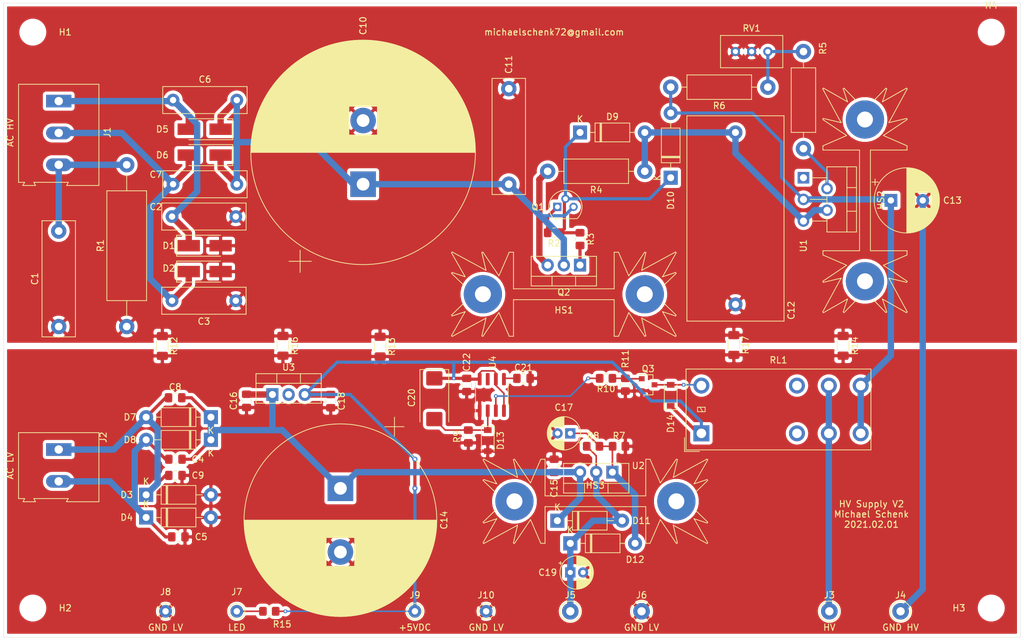
<source format=kicad_pcb>
(kicad_pcb (version 20171130) (host pcbnew "(5.1.9-0-10_14)")
  (layers (0 F.Cu signal) (31 B.Cu signal) (34 B.Paste user) (35 F.Paste user) (36 B.SilkS user) (37 F.SilkS user) (38 B.Mask user) (39 F.Mask user) (44 Edge.Cuts user))
  (net 0 "")
  (net 1 "Net-(C1-Pad2)")
  (net 2 GND_HV)
  (net 3 "Net-(C2-Pad1)")
  (net 4 "Net-(C3-Pad2)")
  (net 5 "Net-(C10-Pad1)")
  (net 6 "Net-(C12-Pad1)")
  (net 7 "Net-(C13-Pad1)")
  (net 8 "Net-(D10-Pad1)")
  (net 9 "Net-(Q1-Pad1)")
  (net 10 "Net-(Q2-Pad3)")
  (net 11 "Net-(Q2-Pad1)")
  (net 12 "Net-(R5-Pad2)")
  (net 13 "Net-(R5-Pad1)")
  (net 14 "Net-(J3-Pad1)")
  (net 15 GND_LV)
  (net 16 "Net-(C4-Pad1)")
  (net 17 "Net-(C5-Pad2)")
  (net 18 "Net-(C14-Pad1)")
  (net 19 "Net-(C17-Pad1)")
  (net 20 "Net-(C19-Pad1)")
  (net 21 "Net-(C20-Pad2)")
  (net 22 "Net-(C18-Pad1)")
  (net 23 "Net-(D14-Pad2)")
  (net 24 "Net-(Q3-Pad1)")
  (net 25 "Net-(R10-Pad2)")
  (net 26 "Net-(J7-Pad1)")
  (net 27 "Net-(C21-Pad1)")
  (module Resistor_SMD:R_1206_3216Metric_Pad1.30x1.75mm_HandSolder (layer F.Cu) (at 164.846 106.527 270)
    (fp_text reference R17 (at 0 -1.82 90) (layer F.SilkS))
    (fp_text value 0R)
    (pad 2 smd roundrect (at 1.55 0 270) (size 1.3 1.75) (layers F.Cu F.Paste F.Mask) (roundrect_rratio 0.1923076923076923) (net 15 GND_LV))
    (pad 1 smd roundrect (at -1.55 0 270) (size 1.3 1.75) (layers F.Cu F.Paste F.Mask) (roundrect_rratio 0.1923076923076923) (net 2 GND_HV))
  )
  (module Resistor_SMD:R_1206_3216Metric_Pad1.30x1.75mm_HandSolder (layer F.Cu) (at 94.107 106.654 270)
    (fp_text reference R16 (at 0 -1.82 90) (layer F.SilkS))
    (fp_text value 0R)
    (pad 2 smd roundrect (at 1.55 0 270) (size 1.3 1.75) (layers F.Cu F.Paste F.Mask) (roundrect_rratio 0.1923076923076923) (net 15 GND_LV))
    (pad 1 smd roundrect (at -1.55 0 270) (size 1.3 1.75) (layers F.Cu F.Paste F.Mask) (roundrect_rratio 0.1923076923076923) (net 2 GND_HV))
  )
  (module Resistor_SMD:R_0805_2012Metric_Pad1.20x1.40mm_HandSolder (layer F.Cu) (at 140.716 89.9 270)
    (fp_text reference R3 (at 0 -1.65 90) (layer F.SilkS))
    (fp_text value 100R)
    (pad 2 smd roundrect (at 1 0 270) (size 1.2 1.4) (layers F.Cu F.Paste F.Mask) (roundrect_rratio 0.2083325) (net 11 "Net-(Q2-Pad1)"))
    (pad 1 smd roundrect (at -1 0 270) (size 1.2 1.4) (layers F.Cu F.Paste F.Mask) (roundrect_rratio 0.2083325) (net 8 "Net-(D10-Pad1)"))
  )
  (module Resistor_SMD:R_0805_2012Metric_Pad1.20x1.40mm_HandSolder (layer F.Cu) (at 136.636 88.9 180)
    (fp_text reference R2 (at 0 -1.65) (layer F.SilkS))
    (fp_text value 4.7k)
    (pad 2 smd roundrect (at 1 0 180) (size 1.2 1.4) (layers F.Cu F.Paste F.Mask) (roundrect_rratio 0.2083325) (net 9 "Net-(Q1-Pad1)"))
    (pad 1 smd roundrect (at -1 0 180) (size 1.2 1.4) (layers F.Cu F.Paste F.Mask) (roundrect_rratio 0.2083325) (net 8 "Net-(D10-Pad1)"))
  )
  (module Package_TO_SOT_THT:TO-220-5_P3.4x3.7mm_StaggerOdd_Lead3.8mm_Vertical (layer F.Cu) (at 175.768 80.264 270)
    (fp_text reference U1 (at 10.668 0 90) (layer F.SilkS))
    (fp_text value LT3080xT)
    (pad 5 thru_hole oval (at 6.8 0 270) (size 1.8 1.8) (drill 1.1) (layers *.Cu *.Mask) (net 6 "Net-(C12-Pad1)"))
    (pad 4 thru_hole oval (at 5.1 -3.7 270) (size 1.8 1.8) (drill 1.1) (layers *.Cu *.Mask) (net 6 "Net-(C12-Pad1)"))
    (pad 3 thru_hole oval (at 3.4 0 270) (size 1.8 1.8) (drill 1.1) (layers *.Cu *.Mask) (net 7 "Net-(C13-Pad1)"))
    (pad 2 thru_hole oval (at 1.7 -3.7 270) (size 1.8 1.8) (drill 1.1) (layers *.Cu *.Mask) (net 12 "Net-(R5-Pad2)"))
    (pad 1 thru_hole rect (at 0 0 270) (size 1.8 1.8) (drill 1.1) (layers *.Cu *.Mask))
  )
  (module Capacitor_SMD:C_0805_2012Metric_Pad1.18x1.45mm_HandSolder (layer F.Cu) (at 122.936 112.7975 270)
    (fp_text reference C22 (at -3.5775 0 90) (layer F.SilkS))
    (fp_text value 100nF/50V)
    (pad 2 smd roundrect (at 1.0375 0 270) (size 1.175 1.45) (layers F.Cu F.Paste F.Mask) (roundrect_rratio 0.2127659574468085) (net 15 GND_LV))
    (pad 1 smd roundrect (at -1.0375 0 270) (size 1.175 1.45) (layers F.Cu F.Paste F.Mask) (roundrect_rratio 0.2127659574468085) (net 22 "Net-(C18-Pad1)"))
  )
  (module Capacitor_SMD:C_0805_2012Metric_Pad1.18x1.45mm_HandSolder (layer F.Cu) (at 131.8475 111.76)
    (fp_text reference C21 (at 0 -1.68) (layer F.SilkS))
    (fp_text value 100nF/50V)
    (pad 2 smd roundrect (at 1.0375 0) (size 1.175 1.45) (layers F.Cu F.Paste F.Mask) (roundrect_rratio 0.2127659574468085) (net 15 GND_LV))
    (pad 1 smd roundrect (at -1.0375 0) (size 1.175 1.45) (layers F.Cu F.Paste F.Mask) (roundrect_rratio 0.2127659574468085) (net 27 "Net-(C21-Pad1)"))
  )
  (module Capacitor_SMD:C_0805_2012Metric_Pad1.18x1.45mm_HandSolder (layer F.Cu) (at 101.6 115.3375 270)
    (fp_text reference C18 (at 0 -1.68 90) (layer F.SilkS))
    (fp_text value 100nF/50V)
    (pad 2 smd roundrect (at 1.0375 0 270) (size 1.175 1.45) (layers F.Cu F.Paste F.Mask) (roundrect_rratio 0.2127659574468085) (net 15 GND_LV))
    (pad 1 smd roundrect (at -1.0375 0 270) (size 1.175 1.45) (layers F.Cu F.Paste F.Mask) (roundrect_rratio 0.2127659574468085) (net 22 "Net-(C18-Pad1)"))
  )
  (module Capacitor_SMD:C_0805_2012Metric_Pad1.18x1.45mm_HandSolder (layer F.Cu) (at 88.392 115.2945 270)
    (fp_text reference C16 (at 0 2.032 90) (layer F.SilkS))
    (fp_text value 330nF/50V)
    (pad 2 smd roundrect (at 1.0375 0 270) (size 1.175 1.45) (layers F.Cu F.Paste F.Mask) (roundrect_rratio 0.2127659574468085) (net 15 GND_LV))
    (pad 1 smd roundrect (at -1.0375 0 270) (size 1.175 1.45) (layers F.Cu F.Paste F.Mask) (roundrect_rratio 0.2127659574468085) (net 18 "Net-(C14-Pad1)"))
  )
  (module Capacitor_SMD:C_0805_2012Metric_Pad1.18x1.45mm_HandSolder (layer F.Cu) (at 136.652 125.4975 90)
    (fp_text reference C15 (at -3.5345 0 90) (layer F.SilkS))
    (fp_text value 100nF/50V)
    (pad 2 smd roundrect (at 1.0375 0 90) (size 1.175 1.45) (layers F.Cu F.Paste F.Mask) (roundrect_rratio 0.2127659574468085) (net 15 GND_LV))
    (pad 1 smd roundrect (at -1.0375 0 90) (size 1.175 1.45) (layers F.Cu F.Paste F.Mask) (roundrect_rratio 0.2127659574468085) (net 18 "Net-(C14-Pad1)"))
  )
  (module Resistor_SMD:R_0805_2012Metric_Pad1.20x1.40mm_HandSolder (layer F.Cu) (at 91.964 148.336)
    (fp_text reference R15 (at 2.016 2.032) (layer F.SilkS))
    (fp_text value 330R)
    (pad 2 smd roundrect (at 1 0) (size 1.2 1.4) (layers F.Cu F.Paste F.Mask) (roundrect_rratio 0.2083325) (net 22 "Net-(C18-Pad1)"))
    (pad 1 smd roundrect (at -1 0) (size 1.2 1.4) (layers F.Cu F.Paste F.Mask) (roundrect_rratio 0.2083325) (net 26 "Net-(J7-Pad1)"))
  )
  (module Connector_Pin:Pin_D1.0mm_L10.0mm (layer F.Cu) (at 125.984 148.336)
    (fp_text reference J10 (at 0 -2.54) (layer F.SilkS))
    (fp_text value GND_LV)
    (pad 1 thru_hole circle (at 0 0) (size 2 2) (drill 1) (layers *.Cu *.Mask) (net 15 GND_LV))
  )
  (module Connector_Pin:Pin_D1.0mm_L10.0mm (layer F.Cu) (at 114.808 148.336)
    (fp_text reference J9 (at 0 -2.54) (layer F.SilkS))
    (fp_text value +5V)
    (pad 1 thru_hole circle (at 0 0) (size 2 2) (drill 1) (layers *.Cu *.Mask) (net 22 "Net-(C18-Pad1)"))
  )
  (module Connector_Pin:Pin_D1.0mm_L10.0mm (layer F.Cu) (at 75.692 148.336)
    (fp_text reference J8 (at 0 -3.048) (layer F.SilkS))
    (fp_text value GND_LV)
    (pad 1 thru_hole circle (at 0 0) (size 2 2) (drill 1) (layers *.Cu *.Mask) (net 15 GND_LV))
  )
  (module Connector_Pin:Pin_D1.0mm_L10.0mm (layer F.Cu) (at 86.868 148.336)
    (fp_text reference J7 (at 0 -3.048) (layer F.SilkS))
    (fp_text value LED)
    (pad 1 thru_hole circle (at 0 0) (size 2 2) (drill 1) (layers *.Cu *.Mask) (net 26 "Net-(J7-Pad1)"))
  )
  (module Package_SO:SOIC-8_3.9x4.9mm_P1.27mm (layer F.Cu) (at 126.873 114.365 90)
    (fp_text reference U4 (at 5.145 0.127 90) (layer F.SilkS))
    (fp_text value TLC555xD)
    (pad 8 smd roundrect (at 2.475 -1.905 90) (size 1.95 0.6) (layers F.Cu F.Paste F.Mask) (net 22 "Net-(C18-Pad1)"))
    (pad 7 smd roundrect (at 2.475 -0.635 90) (size 1.95 0.6) (layers F.Cu F.Paste F.Mask))
    (pad 6 smd roundrect (at 2.475 0.635 90) (size 1.95 0.6) (layers F.Cu F.Paste F.Mask) (net 22 "Net-(C18-Pad1)"))
    (pad 5 smd roundrect (at 2.475 1.905 90) (size 1.95 0.6) (layers F.Cu F.Paste F.Mask) (net 27 "Net-(C21-Pad1)"))
    (pad 4 smd roundrect (at -2.475 1.905 90) (size 1.95 0.6) (layers F.Cu F.Paste F.Mask) (net 22 "Net-(C18-Pad1)"))
    (pad 3 smd roundrect (at -2.475 0.635 90) (size 1.95 0.6) (layers F.Cu F.Paste F.Mask) (net 25 "Net-(R10-Pad2)"))
    (pad 2 smd roundrect (at -2.475 -0.635 90) (size 1.95 0.6) (layers F.Cu F.Paste F.Mask) (net 21 "Net-(C20-Pad2)"))
    (pad 1 smd roundrect (at -2.475 -1.905 90) (size 1.95 0.6) (layers F.Cu F.Paste F.Mask) (net 15 GND_LV))
  )
  (module Package_TO_SOT_THT:TO-220-3_Vertical (layer F.Cu) (at 92.456 114.3)
    (fp_text reference U3 (at 2.54 -4.27) (layer F.SilkS))
    (fp_text value LM7805_TO220)
    (pad 3 thru_hole oval (at 5.08 0) (size 1.905 2) (drill 1.1) (layers *.Cu *.Mask) (net 22 "Net-(C18-Pad1)"))
    (pad 2 thru_hole oval (at 2.54 0) (size 1.905 2) (drill 1.1) (layers *.Cu *.Mask))
    (pad 1 thru_hole rect (at 0 0) (size 1.905 2) (drill 1.1) (layers *.Cu *.Mask) (net 18 "Net-(C14-Pad1)"))
  )
  (module Package_TO_SOT_THT:TO-220-3_Vertical (layer F.Cu) (at 145.796 126.492 180)
    (fp_text reference U2 (at -4.064 1.016) (layer F.SilkS))
    (fp_text value LM317_TO-220)
    (pad 3 thru_hole oval (at 5.08 0 180) (size 1.905 2) (drill 1.1) (layers *.Cu *.Mask) (net 18 "Net-(C14-Pad1)"))
    (pad 2 thru_hole oval (at 2.54 0 180) (size 1.905 2) (drill 1.1) (layers *.Cu *.Mask) (net 20 "Net-(C19-Pad1)"))
    (pad 1 thru_hole rect (at 0 0 180) (size 1.905 2) (drill 1.1) (layers *.Cu *.Mask) (net 19 "Net-(C17-Pad1)"))
  )
  (module Resistor_SMD:R_1206_3216Metric_Pad1.30x1.75mm_HandSolder (layer F.Cu) (at 181.991 106.654 270)
    (fp_text reference R14 (at 0 -1.82 90) (layer F.SilkS))
    (fp_text value 0R)
    (pad 2 smd roundrect (at 1.55 0 270) (size 1.3 1.75) (layers F.Cu F.Paste F.Mask) (roundrect_rratio 0.1923076923076923) (net 15 GND_LV))
    (pad 1 smd roundrect (at -1.55 0 270) (size 1.3 1.75) (layers F.Cu F.Paste F.Mask) (roundrect_rratio 0.1923076923076923) (net 2 GND_HV))
  )
  (module Resistor_SMD:R_1206_3216Metric_Pad1.30x1.75mm_HandSolder (layer F.Cu) (at 109.347 106.781 270)
    (fp_text reference R13 (at 0 -1.82 90) (layer F.SilkS))
    (fp_text value 0R)
    (pad 2 smd roundrect (at 1.55 0 270) (size 1.3 1.75) (layers F.Cu F.Paste F.Mask) (roundrect_rratio 0.1923076923076923) (net 15 GND_LV))
    (pad 1 smd roundrect (at -1.55 0 270) (size 1.3 1.75) (layers F.Cu F.Paste F.Mask) (roundrect_rratio 0.1923076923076923) (net 2 GND_HV))
  )
  (module Resistor_SMD:R_1206_3216Metric_Pad1.30x1.75mm_HandSolder (layer F.Cu) (at 75.184 106.68 270)
    (fp_text reference R12 (at 0 -1.82 90) (layer F.SilkS))
    (fp_text value 0R)
    (pad 2 smd roundrect (at 1.55 0 270) (size 1.3 1.75) (layers F.Cu F.Paste F.Mask) (roundrect_rratio 0.1923076923076923) (net 15 GND_LV))
    (pad 1 smd roundrect (at -1.55 0 270) (size 1.3 1.75) (layers F.Cu F.Paste F.Mask) (roundrect_rratio 0.1923076923076923) (net 2 GND_HV))
  )
  (module Resistor_SMD:R_0805_2012Metric_Pad1.20x1.40mm_HandSolder (layer F.Cu) (at 147.828 112.76 270)
    (fp_text reference R11 (at -4.048 0 90) (layer F.SilkS))
    (fp_text value 2.49k)
    (pad 2 smd roundrect (at 1 0 270) (size 1.2 1.4) (layers F.Cu F.Paste F.Mask) (roundrect_rratio 0.2083325) (net 15 GND_LV))
    (pad 1 smd roundrect (at -1 0 270) (size 1.2 1.4) (layers F.Cu F.Paste F.Mask) (roundrect_rratio 0.2083325) (net 24 "Net-(Q3-Pad1)"))
  )
  (module Resistor_SMD:R_0805_2012Metric_Pad1.20x1.40mm_HandSolder (layer F.Cu) (at 144.796 111.76 180)
    (fp_text reference R10 (at 0 -1.65) (layer F.SilkS))
    (fp_text value 2.49k)
    (pad 2 smd roundrect (at 1 0 180) (size 1.2 1.4) (layers F.Cu F.Paste F.Mask) (roundrect_rratio 0.2083325) (net 25 "Net-(R10-Pad2)"))
    (pad 1 smd roundrect (at -1 0 180) (size 1.2 1.4) (layers F.Cu F.Paste F.Mask) (roundrect_rratio 0.2083325) (net 24 "Net-(Q3-Pad1)"))
  )
  (module Resistor_SMD:R_0805_2012Metric_Pad1.20x1.40mm_HandSolder (layer F.Cu) (at 123.19 120.888 270)
    (fp_text reference R9 (at 0.016 1.778 90) (layer F.SilkS))
    (fp_text value 1Meg)
    (pad 2 smd roundrect (at 1 0 270) (size 1.2 1.4) (layers F.Cu F.Paste F.Mask) (roundrect_rratio 0.2083325) (net 15 GND_LV))
    (pad 1 smd roundrect (at -1 0 270) (size 1.2 1.4) (layers F.Cu F.Paste F.Mask) (roundrect_rratio 0.2083325) (net 21 "Net-(C20-Pad2)"))
  )
  (module Resistor_SMD:R_0805_2012Metric_Pad1.20x1.40mm_HandSolder (layer F.Cu) (at 142.764 122.428)
    (fp_text reference R8 (at 0 -1.65) (layer F.SilkS))
    (fp_text value 240R)
    (pad 2 smd roundrect (at 1 0) (size 1.2 1.4) (layers F.Cu F.Paste F.Mask) (roundrect_rratio 0.2083325) (net 19 "Net-(C17-Pad1)"))
    (pad 1 smd roundrect (at -1 0) (size 1.2 1.4) (layers F.Cu F.Paste F.Mask) (roundrect_rratio 0.2083325) (net 20 "Net-(C19-Pad1)"))
  )
  (module Resistor_SMD:R_0805_2012Metric_Pad1.20x1.40mm_HandSolder (layer F.Cu) (at 146.828 122.428)
    (fp_text reference R7 (at 0 -1.65) (layer F.SilkS))
    (fp_text value 976R)
    (pad 2 smd roundrect (at 1 0) (size 1.2 1.4) (layers F.Cu F.Paste F.Mask) (roundrect_rratio 0.2083325) (net 15 GND_LV))
    (pad 1 smd roundrect (at -1 0) (size 1.2 1.4) (layers F.Cu F.Paste F.Mask) (roundrect_rratio 0.2083325) (net 19 "Net-(C17-Pad1)"))
  )
  (module Package_TO_SOT_SMD:SOT-23 (layer F.Cu) (at 151.4 112.776)
    (fp_text reference Q3 (at 0 -2.5) (layer F.SilkS))
    (fp_text value MMBT3904)
    (pad 3 smd rect (at 1 0) (size 0.9 0.8) (layers F.Cu F.Paste F.Mask) (net 23 "Net-(D14-Pad2)"))
    (pad 2 smd rect (at -1 0.95) (size 0.9 0.8) (layers F.Cu F.Paste F.Mask) (net 15 GND_LV))
    (pad 1 smd rect (at -1 -0.95) (size 0.9 0.8) (layers F.Cu F.Paste F.Mask) (net 24 "Net-(Q3-Pad1)"))
  )
  (module Connector_Pin:Pin_D1.3mm_L11.0mm (layer F.Cu) (at 150.368 148.336)
    (fp_text reference J6 (at 0 -2.54) (layer F.SilkS))
    (fp_text value GND_LV)
    (pad 1 thru_hole circle (at 0 0) (size 2.6 2.6) (drill 1.3) (layers *.Cu *.Mask) (net 15 GND_LV))
  )
  (module Connector_Pin:Pin_D1.3mm_L11.0mm (layer F.Cu) (at 139.192 148.336)
    (fp_text reference J5 (at 0 -2.54) (layer F.SilkS))
    (fp_text value LV)
    (pad 1 thru_hole circle (at 0 0) (size 2.6 2.6) (drill 1.3) (layers *.Cu *.Mask) (net 20 "Net-(C19-Pad1)"))
  )
  (module Heatsink:Heatsink_Fischer_SK104-STC-STIC_35x13mm_2xDrill2.5mm (layer F.Cu) (at 143.129 131.064)
    (fp_text reference HS3 (at -0.025 -2.5) (layer F.SilkS))
    (fp_text value Heatsink)
    (pad 1 thru_hole circle (at -12.7 0 180) (size 6 6) (drill 2.5) (layers *.Cu *.Mask))
    (pad 1 thru_hole circle (at 12.7 0) (size 6 6) (drill 2.5) (layers *.Cu *.Mask))
  )
  (module Diode_SMD:D_SOD-123 (layer F.Cu) (at 154.94 114.426 90)
    (fp_text reference D14 (at -4.446 0 90) (layer F.SilkS))
    (fp_text value 1N4148W)
    (pad 2 smd rect (at 1.65 0 90) (size 0.9 1.2) (layers F.Cu F.Paste F.Mask) (net 23 "Net-(D14-Pad2)"))
    (pad 1 smd rect (at -1.65 0 90) (size 0.9 1.2) (layers F.Cu F.Paste F.Mask) (net 22 "Net-(C18-Pad1)"))
  )
  (module Diode_SMD:D_SOD-123 (layer F.Cu) (at 126.238 121.538 270)
    (fp_text reference D13 (at 0 -2 90) (layer F.SilkS))
    (fp_text value 1N4148W)
    (pad 2 smd rect (at 1.65 0 270) (size 0.9 1.2) (layers F.Cu F.Paste F.Mask) (net 15 GND_LV))
    (pad 1 smd rect (at -1.65 0 270) (size 0.9 1.2) (layers F.Cu F.Paste F.Mask) (net 21 "Net-(C20-Pad2)"))
  )
  (module Diode_THT:D_DO-41_SOD81_P10.16mm_Horizontal (layer F.Cu) (at 139.192 137.668)
    (fp_text reference D12 (at 10.16 2.54) (layer F.SilkS))
    (fp_text value 1N4007)
    (fp_text user K (at 0 -2.1) (layer F.SilkS))
    (pad 2 thru_hole oval (at 10.16 0) (size 2.2 2.2) (drill 1.1) (layers *.Cu *.Mask) (net 19 "Net-(C17-Pad1)"))
    (pad 1 thru_hole rect (at 0 0) (size 2.2 2.2) (drill 1.1) (layers *.Cu *.Mask) (net 20 "Net-(C19-Pad1)"))
  )
  (module Diode_THT:D_DO-41_SOD81_P10.16mm_Horizontal (layer F.Cu) (at 137.16 134.112)
    (fp_text reference D11 (at 13.208 0) (layer F.SilkS))
    (fp_text value 1N4007)
    (fp_text user K (at 0 -2.1) (layer F.SilkS))
    (pad 2 thru_hole oval (at 10.16 0) (size 2.2 2.2) (drill 1.1) (layers *.Cu *.Mask) (net 20 "Net-(C19-Pad1)"))
    (pad 1 thru_hole rect (at 0 0) (size 2.2 2.2) (drill 1.1) (layers *.Cu *.Mask) (net 18 "Net-(C14-Pad1)"))
  )
  (module Capacitor_Tantalum_SMD:CP_EIA-7343-31_Kemet-D_Pad2.25x2.55mm_HandSolder (layer F.Cu) (at 117.856 114.96 270)
    (fp_text reference C20 (at -0.152 3.556 90) (layer F.SilkS))
    (fp_text value 15uF/25V)
    (pad 2 smd roundrect (at 3.2 0 270) (size 2.25 2.55) (layers F.Cu F.Paste F.Mask) (roundrect_rratio 0.1111106666666667) (net 21 "Net-(C20-Pad2)"))
    (pad 1 smd roundrect (at -3.2 0 270) (size 2.25 2.55) (layers F.Cu F.Paste F.Mask) (roundrect_rratio 0.1111106666666667) (net 22 "Net-(C18-Pad1)"))
  )
  (module Capacitor_THT:CP_Radial_D5.0mm_P2.00mm (layer F.Cu) (at 139.192 142.24)
    (fp_text reference C19 (at -3.556 0) (layer F.SilkS))
    (fp_text value 1uF/25V)
    (pad 2 thru_hole circle (at 2 0) (size 1.6 1.6) (drill 0.8) (layers *.Cu *.Mask) (net 15 GND_LV))
    (pad 1 thru_hole rect (at 0 0) (size 1.6 1.6) (drill 0.8) (layers *.Cu *.Mask) (net 20 "Net-(C19-Pad1)"))
  )
  (module Capacitor_THT:CP_Radial_D5.0mm_P2.00mm (layer F.Cu) (at 139.192 120.396 180)
    (fp_text reference C17 (at 1.016 4.064) (layer F.SilkS))
    (fp_text value 10uF/25V)
    (pad 2 thru_hole circle (at 2 0 180) (size 1.6 1.6) (drill 0.8) (layers *.Cu *.Mask) (net 15 GND_LV))
    (pad 1 thru_hole rect (at 0 0 180) (size 1.6 1.6) (drill 0.8) (layers *.Cu *.Mask) (net 19 "Net-(C17-Pad1)"))
  )
  (module Capacitor_THT:CP_Radial_D30.0mm_P10.00mm_SnapIn (layer F.Cu) (at 103.124 129.032 270)
    (fp_text reference C14 (at 5 -16.25 90) (layer F.SilkS))
    (fp_text value 22000uF/25VDC)
    (pad 2 thru_hole circle (at 10 0 270) (size 4 4) (drill 2) (layers *.Cu *.Mask) (net 15 GND_LV))
    (pad 1 thru_hole rect (at 0 0 270) (size 4 4) (drill 2) (layers *.Cu *.Mask) (net 18 "Net-(C14-Pad1)"))
  )
  (module Relay_THT:Relay_DPDT_Omron_G2RL (layer F.Cu) (at 159.752 120.396)
    (fp_text reference RL1 (at 12.1 -11.5 180) (layer F.SilkS))
    (fp_text value G2RL-2-DC5)
    (pad 8 thru_hole oval (at 0 -7.5 90) (size 2.5 2.5) (drill 1.5) (layers *.Cu *.Mask) (net 23 "Net-(D14-Pad2)"))
    (pad 7 thru_hole oval (at 15 -7.5 90) (size 2.5 2.5) (drill 1.5) (layers *.Cu *.Mask))
    (pad 6 thru_hole oval (at 20 -7.5 90) (size 2.5 2.5) (drill 1.5) (layers *.Cu *.Mask) (net 14 "Net-(J3-Pad1)"))
    (pad 5 thru_hole oval (at 25 -7.5 90) (size 2.5 2.5) (drill 1.5) (layers *.Cu *.Mask) (net 7 "Net-(C13-Pad1)"))
    (pad 4 thru_hole oval (at 25 0 90) (size 2.5 2.5) (drill 1.5) (layers *.Cu *.Mask) (net 7 "Net-(C13-Pad1)"))
    (pad 3 thru_hole oval (at 20 0 90) (size 2.5 2.5) (drill 1.5) (layers *.Cu *.Mask) (net 14 "Net-(J3-Pad1)"))
    (pad 2 thru_hole oval (at 15 0 90) (size 2.5 2.5) (drill 1.5) (layers *.Cu *.Mask))
    (pad 1 thru_hole rect (at 0 0 90) (size 2.5 2.5) (drill 1.5) (layers *.Cu *.Mask) (net 22 "Net-(C18-Pad1)"))
  )
  (module Connector_Pin:Pin_D1.3mm_L11.0mm (layer F.Cu) (at 191.008 148.336)
    (fp_text reference J4 (at 0 -2.54) (layer F.SilkS))
    (fp_text value GND_HV)
    (pad 1 thru_hole circle (at 0 0) (size 2.6 2.6) (drill 1.3) (layers *.Cu *.Mask) (net 2 GND_HV))
  )
  (module Potentiometer_THT:Potentiometer_Bourns_3296W_Vertical (layer F.Cu) (at 170.18 60.452)
    (fp_text reference RV1 (at -2.54 -3.66) (layer F.SilkS))
    (fp_text value 500k)
    (pad 3 thru_hole circle (at -5.08 0) (size 1.44 1.44) (drill 0.8) (layers *.Cu *.Mask) (net 2 GND_HV))
    (pad 2 thru_hole circle (at -2.54 0) (size 1.44 1.44) (drill 0.8) (layers *.Cu *.Mask) (net 2 GND_HV))
    (pad 1 thru_hole circle (at 0 0) (size 1.44 1.44) (drill 0.8) (layers *.Cu *.Mask) (net 13 "Net-(R5-Pad1)"))
  )
  (module Resistor_THT:R_Axial_DIN0411_L9.9mm_D3.6mm_P15.24mm_Horizontal (layer F.Cu) (at 170.18 66.04 180)
    (fp_text reference R6 (at 7.62 -2.92) (layer F.SilkS))
    (fp_text value 1k/2W)
    (pad 2 thru_hole oval (at 15.24 0 180) (size 2.4 2.4) (drill 1.2) (layers *.Cu *.Mask) (net 7 "Net-(C13-Pad1)"))
    (pad 1 thru_hole circle (at 0 0 180) (size 2.4 2.4) (drill 1.2) (layers *.Cu *.Mask) (net 13 "Net-(R5-Pad1)"))
  )
  (module Resistor_THT:R_Axial_DIN0411_L9.9mm_D3.6mm_P15.24mm_Horizontal (layer F.Cu) (at 175.768 60.452 270)
    (fp_text reference R5 (at -0.508 -3.048 90) (layer F.SilkS))
    (fp_text value 100k/2W)
    (pad 2 thru_hole oval (at 15.24 0 270) (size 2.4 2.4) (drill 1.2) (layers *.Cu *.Mask) (net 12 "Net-(R5-Pad2)"))
    (pad 1 thru_hole circle (at 0 0 270) (size 2.4 2.4) (drill 1.2) (layers *.Cu *.Mask) (net 13 "Net-(R5-Pad1)"))
  )
  (module Resistor_THT:R_Axial_DIN0411_L9.9mm_D3.6mm_P15.24mm_Horizontal (layer F.Cu) (at 150.876 79.248 180)
    (fp_text reference R4 (at 7.62 -2.92) (layer F.SilkS))
    (fp_text value 20R/2W)
    (pad 2 thru_hole oval (at 15.24 0 180) (size 2.4 2.4) (drill 1.2) (layers *.Cu *.Mask) (net 10 "Net-(Q2-Pad3)"))
    (pad 1 thru_hole circle (at 0 0 180) (size 2.4 2.4) (drill 1.2) (layers *.Cu *.Mask) (net 6 "Net-(C12-Pad1)"))
  )
  (module Package_TO_SOT_THT:TO-220-3_Vertical (layer F.Cu) (at 140.716 93.98 180)
    (fp_text reference Q2 (at 2.54 -4.27) (layer F.SilkS))
    (fp_text value IRF840)
    (pad 3 thru_hole oval (at 5.08 0 180) (size 1.905 2) (drill 1.1) (layers *.Cu *.Mask) (net 10 "Net-(Q2-Pad3)"))
    (pad 2 thru_hole oval (at 2.54 0 180) (size 1.905 2) (drill 1.1) (layers *.Cu *.Mask) (net 5 "Net-(C10-Pad1)"))
    (pad 1 thru_hole rect (at 0 0 180) (size 1.905 2) (drill 1.1) (layers *.Cu *.Mask) (net 11 "Net-(Q2-Pad1)"))
  )
  (module Package_TO_SOT_THT:TO-92 (layer F.Cu) (at 137.16 84.836)
    (fp_text reference Q1 (at -3.048 0) (layer F.SilkS))
    (fp_text value Q_NMOS_SGD)
    (pad 1 thru_hole rect (at 0 0) (size 1.3 1.3) (drill 0.75) (layers *.Cu *.Mask) (net 9 "Net-(Q1-Pad1)"))
    (pad 3 thru_hole circle (at 2.54 0) (size 1.3 1.3) (drill 0.75) (layers *.Cu *.Mask) (net 5 "Net-(C10-Pad1)"))
    (pad 2 thru_hole circle (at 1.27 -1.27) (size 1.3 1.3) (drill 0.75) (layers *.Cu *.Mask) (net 8 "Net-(D10-Pad1)"))
  )
  (module Heatsink:Heatsink_Fischer_SK104-STC-STIC_35x13mm_2xDrill2.5mm (layer F.Cu) (at 185.42 83.82 270)
    (fp_text reference HS2 (at -0.025 -2.5 90) (layer F.SilkS))
    (fp_text value Heatsink)
    (pad 1 thru_hole circle (at -12.7 0 90) (size 6 6) (drill 2.5) (layers *.Cu *.Mask))
    (pad 1 thru_hole circle (at 12.7 0 270) (size 6 6) (drill 2.5) (layers *.Cu *.Mask))
  )
  (module Heatsink:Heatsink_Fischer_SK104-STC-STIC_35x13mm_2xDrill2.5mm (layer F.Cu) (at 138.176 98.552 180)
    (fp_text reference HS1 (at -0.025 -2.5) (layer F.SilkS))
    (fp_text value Heatsink)
    (pad 1 thru_hole circle (at -12.7 0) (size 6 6) (drill 2.5) (layers *.Cu *.Mask))
    (pad 1 thru_hole circle (at 12.7 0 180) (size 6 6) (drill 2.5) (layers *.Cu *.Mask))
  )
  (module Diode_THT:D_DO-41_SOD81_P10.16mm_Horizontal (layer F.Cu) (at 154.94 80.264 90)
    (fp_text reference D10 (at -3.556 0 90) (layer F.SilkS))
    (fp_text value 1N4736A/6.3V)
    (fp_text user K (at 0 -2.1 90) (layer F.SilkS))
    (pad 2 thru_hole oval (at 10.16 0 90) (size 2.2 2.2) (drill 1.1) (layers *.Cu *.Mask) (net 7 "Net-(C13-Pad1)"))
    (pad 1 thru_hole rect (at 0 0 90) (size 2.2 2.2) (drill 1.1) (layers *.Cu *.Mask) (net 8 "Net-(D10-Pad1)"))
  )
  (module Diode_THT:D_DO-41_SOD81_P10.16mm_Horizontal (layer F.Cu) (at 140.716 73.152)
    (fp_text reference D9 (at 5.08 -2.47) (layer F.SilkS))
    (fp_text value 1N4736A/6.3V)
    (fp_text user K (at 0 -2.1) (layer F.SilkS))
    (pad 2 thru_hole oval (at 10.16 0) (size 2.2 2.2) (drill 1.1) (layers *.Cu *.Mask) (net 6 "Net-(C12-Pad1)"))
    (pad 1 thru_hole rect (at 0 0) (size 2.2 2.2) (drill 1.1) (layers *.Cu *.Mask) (net 8 "Net-(D10-Pad1)"))
  )
  (module Capacitor_THT:CP_Radial_D10.0mm_P5.00mm (layer F.Cu) (at 189.484 83.82)
    (fp_text reference C13 (at 9.652 0) (layer F.SilkS))
    (fp_text value 2.2uF/450VDC)
    (pad 2 thru_hole circle (at 5 0) (size 2 2) (drill 1) (layers *.Cu *.Mask) (net 2 GND_HV))
    (pad 1 thru_hole rect (at 0 0) (size 2 2) (drill 1) (layers *.Cu *.Mask) (net 7 "Net-(C13-Pad1)"))
  )
  (module Capacitor_THT:C_Rect_L32.0mm_W15.0mm_P27.00mm (layer F.Cu) (at 165.1 73.152 270)
    (fp_text reference C12 (at 27.94 -8.75 90) (layer F.SilkS))
    (fp_text value 1uF/1kV)
    (pad 2 thru_hole circle (at 27 0 270) (size 2.2 2.2) (drill 1.1) (layers *.Cu *.Mask) (net 2 GND_HV))
    (pad 1 thru_hole circle (at 0 0 270) (size 2.2 2.2) (drill 1.1) (layers *.Cu *.Mask) (net 6 "Net-(C12-Pad1)"))
  )
  (module TerminalBlock:TerminalBlock_Altech_AK300-2_P5.00mm (layer F.Cu) (at 58.928 122.936 270)
    (fp_text reference J2 (at -1.92 -6.99 90) (layer F.SilkS))
    (fp_text value Screw_Terminal_01x02)
    (pad 2 thru_hole oval (at 5 0 270) (size 1.98 3.96) (drill 1.32) (layers *.Cu *.Mask) (net 17 "Net-(C5-Pad2)"))
    (pad 1 thru_hole rect (at 0 0 270) (size 1.98 3.96) (drill 1.32) (layers *.Cu *.Mask) (net 16 "Net-(C4-Pad1)"))
  )
  (module TerminalBlock:TerminalBlock_Altech_AK300-3_P5.00mm (layer F.Cu) (at 58.928 68.232 270)
    (fp_text reference J1 (at 4.92 -7.62 90) (layer F.SilkS))
    (fp_text value Screw_Terminal_01x03)
    (pad 3 thru_hole oval (at 10 0 270) (size 1.98 3.96) (drill 1.32) (layers *.Cu *.Mask) (net 1 "Net-(C1-Pad2)"))
    (pad 2 thru_hole oval (at 5 0 270) (size 1.98 3.96) (drill 1.32) (layers *.Cu *.Mask) (net 4 "Net-(C3-Pad2)"))
    (pad 1 thru_hole rect (at 0 0 270) (size 1.98 3.96) (drill 1.32) (layers *.Cu *.Mask) (net 3 "Net-(C2-Pad1)"))
  )
  (module Resistor_THT:R_Axial_DIN0617_L17.0mm_D6.0mm_P25.40mm_Horizontal (layer F.Cu) (at 69.596 103.632 90)
    (fp_text reference R1 (at 12.7 -4.12 90) (layer F.SilkS))
    (fp_text value 100R/3W)
    (pad 2 thru_hole oval (at 25.4 0 90) (size 2.4 2.4) (drill 1.2) (layers *.Cu *.Mask) (net 1 "Net-(C1-Pad2)"))
    (pad 1 thru_hole circle (at 0 0 90) (size 2.4 2.4) (drill 1.2) (layers *.Cu *.Mask) (net 2 GND_HV))
  )
  (module Connector_Pin:Pin_D1.3mm_L11.0mm (layer F.Cu) (at 179.832 148.336)
    (fp_text reference J3 (at 0 -2.54) (layer F.SilkS))
    (fp_text value HV)
    (pad 1 thru_hole circle (at 0 0) (size 2.6 2.6) (drill 1.3) (layers *.Cu *.Mask) (net 14 "Net-(J3-Pad1)"))
  )
  (module MountingHole:MountingHole_3.2mm_M3 (layer F.Cu) (at 205.232 57.404)
    (fp_text reference H4 (at 0 -4.2) (layer F.SilkS))
    (fp_text value MountingHole)
    (pad 1 np_thru_hole circle (at 0 0) (size 3.2 3.2) (drill 3.2) (layers *.Cu *.Mask))
  )
  (module MountingHole:MountingHole_3.2mm_M3 (layer F.Cu) (at 205.232 147.828)
    (fp_text reference H3 (at -5.08 0) (layer F.SilkS))
    (fp_text value MountingHole)
    (pad 1 np_thru_hole circle (at 0 0) (size 3.2 3.2) (drill 3.2) (layers *.Cu *.Mask))
  )
  (module MountingHole:MountingHole_3.2mm_M3 (layer F.Cu) (at 54.864 147.828)
    (fp_text reference H2 (at 5.08 0) (layer F.SilkS))
    (fp_text value MountingHole)
    (pad 1 np_thru_hole circle (at 0 0) (size 3.2 3.2) (drill 3.2) (layers *.Cu *.Mask))
  )
  (module MountingHole:MountingHole_3.2mm_M3 (layer F.Cu) (at 54.864 57.404)
    (fp_text reference H1 (at 5.08 0) (layer F.SilkS))
    (fp_text value MountingHole)
    (pad 1 np_thru_hole circle (at 0 0) (size 3.2 3.2) (drill 3.2) (layers *.Cu *.Mask))
  )
  (module Diode_THT:D_DO-41_SOD81_P10.16mm_Horizontal (layer F.Cu) (at 82.804 121.412 180)
    (fp_text reference D8 (at 12.7 0) (layer F.SilkS))
    (fp_text value BYV98-200)
    (fp_text user K (at 0 -2.1) (layer F.SilkS))
    (pad 2 thru_hole oval (at 10.16 0 180) (size 2.2 2.2) (drill 1.1) (layers *.Cu *.Mask) (net 17 "Net-(C5-Pad2)"))
    (pad 1 thru_hole rect (at 0 0 180) (size 2.2 2.2) (drill 1.1) (layers *.Cu *.Mask) (net 18 "Net-(C14-Pad1)"))
  )
  (module Diode_THT:D_DO-41_SOD81_P10.16mm_Horizontal (layer F.Cu) (at 82.804 117.856 180)
    (fp_text reference D7 (at 12.7 0) (layer F.SilkS))
    (fp_text value BYV98-200)
    (fp_text user K (at 0 -2.1) (layer F.SilkS))
    (pad 2 thru_hole oval (at 10.16 0 180) (size 2.2 2.2) (drill 1.1) (layers *.Cu *.Mask) (net 16 "Net-(C4-Pad1)"))
    (pad 1 thru_hole rect (at 0 0 180) (size 2.2 2.2) (drill 1.1) (layers *.Cu *.Mask) (net 18 "Net-(C14-Pad1)"))
  )
  (module Diode_SMD:D_SMA_Handsoldering (layer F.Cu) (at 81.828 76.708 180)
    (fp_text reference D6 (at 6.644 0) (layer F.SilkS))
    (fp_text value BYG20D)
    (pad 2 smd rect (at 2.5 0 180) (size 3.5 1.8) (layers F.Cu F.Paste F.Mask) (net 4 "Net-(C3-Pad2)"))
    (pad 1 smd rect (at -2.5 0 180) (size 3.5 1.8) (layers F.Cu F.Paste F.Mask) (net 5 "Net-(C10-Pad1)"))
  )
  (module Diode_SMD:D_SMA_Handsoldering (layer F.Cu) (at 81.828 72.644 180)
    (fp_text reference D5 (at 6.644 0) (layer F.SilkS))
    (fp_text value BYG20D)
    (pad 2 smd rect (at 2.5 0 180) (size 3.5 1.8) (layers F.Cu F.Paste F.Mask) (net 3 "Net-(C2-Pad1)"))
    (pad 1 smd rect (at -2.5 0 180) (size 3.5 1.8) (layers F.Cu F.Paste F.Mask) (net 5 "Net-(C10-Pad1)"))
  )
  (module Diode_THT:D_DO-41_SOD81_P10.16mm_Horizontal (layer F.Cu) (at 72.644 133.604)
    (fp_text reference D4 (at -3.048 0) (layer F.SilkS))
    (fp_text value BYV98-200)
    (fp_text user K (at 0 -2.1) (layer F.SilkS))
    (pad 2 thru_hole oval (at 10.16 0) (size 2.2 2.2) (drill 1.1) (layers *.Cu *.Mask) (net 15 GND_LV))
    (pad 1 thru_hole rect (at 0 0) (size 2.2 2.2) (drill 1.1) (layers *.Cu *.Mask) (net 17 "Net-(C5-Pad2)"))
  )
  (module Diode_THT:D_DO-41_SOD81_P10.16mm_Horizontal (layer F.Cu) (at 72.644 130.048)
    (fp_text reference D3 (at -3.048 0) (layer F.SilkS))
    (fp_text value BYV98-200)
    (fp_text user K (at 0 -2.1) (layer F.SilkS))
    (pad 2 thru_hole oval (at 10.16 0) (size 2.2 2.2) (drill 1.1) (layers *.Cu *.Mask) (net 15 GND_LV))
    (pad 1 thru_hole rect (at 0 0) (size 2.2 2.2) (drill 1.1) (layers *.Cu *.Mask) (net 16 "Net-(C4-Pad1)"))
  )
  (module Diode_SMD:D_SMA_Handsoldering (layer F.Cu) (at 81.828 94.996)
    (fp_text reference D2 (at -5.628 -0.508) (layer F.SilkS))
    (fp_text value BYG20D)
    (pad 2 smd rect (at 2.5 0) (size 3.5 1.8) (layers F.Cu F.Paste F.Mask) (net 2 GND_HV))
    (pad 1 smd rect (at -2.5 0) (size 3.5 1.8) (layers F.Cu F.Paste F.Mask) (net 4 "Net-(C3-Pad2)"))
  )
  (module Diode_SMD:D_SMA_Handsoldering (layer F.Cu) (at 81.828 90.932)
    (fp_text reference D1 (at -5.628 0) (layer F.SilkS))
    (fp_text value BYG20D)
    (pad 2 smd rect (at 2.5 0) (size 3.5 1.8) (layers F.Cu F.Paste F.Mask) (net 2 GND_HV))
    (pad 1 smd rect (at -2.5 0) (size 3.5 1.8) (layers F.Cu F.Paste F.Mask) (net 3 "Net-(C2-Pad1)"))
  )
  (module Capacitor_THT:C_Rect_L18.0mm_W5.0mm_P15.00mm_FKS3_FKP3 (layer F.Cu) (at 129.54 81.28 90)
    (fp_text reference C11 (at 18.796 0 90) (layer F.SilkS))
    (fp_text value 100nF/630V)
    (pad 2 thru_hole circle (at 15 0 90) (size 2.4 2.4) (drill 1.2) (layers *.Cu *.Mask) (net 2 GND_HV))
    (pad 1 thru_hole circle (at 0 0 90) (size 2.4 2.4) (drill 1.2) (layers *.Cu *.Mask) (net 5 "Net-(C10-Pad1)"))
  )
  (module Capacitor_THT:CP_Radial_D35.0mm_P10.00mm_SnapIn (layer F.Cu) (at 106.68 81.28 90)
    (fp_text reference C10 (at 24.892 0 90) (layer F.SilkS))
    (fp_text value 680uF/450VDC)
    (pad 2 thru_hole circle (at 10 0 90) (size 4 4) (drill 2) (layers *.Cu *.Mask) (net 2 GND_HV))
    (pad 1 thru_hole rect (at 0 0 90) (size 4 4) (drill 2) (layers *.Cu *.Mask) (net 5 "Net-(C10-Pad1)"))
  )
  (module Capacitor_SMD:C_0805_2012Metric_Pad1.18x1.45mm_HandSolder (layer F.Cu) (at 77.2375 124.46 180)
    (fp_text reference C9 (at -3.5345 -2.54) (layer F.SilkS))
    (fp_text value 10nF/50V)
    (pad 2 smd roundrect (at 1.0375 0 180) (size 1.175 1.45) (layers F.Cu F.Paste F.Mask) (roundrect_rratio 0.2127659574468085) (net 17 "Net-(C5-Pad2)"))
    (pad 1 smd roundrect (at -1.0375 0 180) (size 1.175 1.45) (layers F.Cu F.Paste F.Mask) (roundrect_rratio 0.2127659574468085) (net 18 "Net-(C14-Pad1)"))
  )
  (module Capacitor_SMD:C_0805_2012Metric_Pad1.18x1.45mm_HandSolder (layer F.Cu) (at 77.1945 114.808)
    (fp_text reference C8 (at 0 -1.68) (layer F.SilkS))
    (fp_text value 10nF/50V)
    (pad 2 smd roundrect (at 1.0375 0) (size 1.175 1.45) (layers F.Cu F.Paste F.Mask) (roundrect_rratio 0.2127659574468085) (net 18 "Net-(C14-Pad1)"))
    (pad 1 smd roundrect (at -1.0375 0) (size 1.175 1.45) (layers F.Cu F.Paste F.Mask) (roundrect_rratio 0.2127659574468085) (net 16 "Net-(C4-Pad1)"))
  )
  (module Capacitor_THT:C_Rect_L13.0mm_W4.0mm_P10.00mm_FKS3_FKP3_MKS4 (layer F.Cu) (at 86.868 81.28 180)
    (fp_text reference C7 (at 12.7 1.524) (layer F.SilkS))
    (fp_text value 10nF/630VDC)
    (pad 2 thru_hole circle (at 10 0 180) (size 2 2) (drill 1) (layers *.Cu *.Mask) (net 4 "Net-(C3-Pad2)"))
    (pad 1 thru_hole circle (at 0 0 180) (size 2 2) (drill 1) (layers *.Cu *.Mask) (net 5 "Net-(C10-Pad1)"))
  )
  (module Capacitor_THT:C_Rect_L13.0mm_W4.0mm_P10.00mm_FKS3_FKP3_MKS4 (layer F.Cu) (at 76.868 68.072)
    (fp_text reference C6 (at 5 -3.25) (layer F.SilkS))
    (fp_text value 10nF/630VDC)
    (pad 2 thru_hole circle (at 10 0) (size 2 2) (drill 1) (layers *.Cu *.Mask) (net 5 "Net-(C10-Pad1)"))
    (pad 1 thru_hole circle (at 0 0) (size 2 2) (drill 1) (layers *.Cu *.Mask) (net 3 "Net-(C2-Pad1)"))
  )
  (module Capacitor_SMD:C_0805_2012Metric_Pad1.18x1.45mm_HandSolder (layer F.Cu) (at 77.7025 136.652 180)
    (fp_text reference C5 (at -3.5775 0) (layer F.SilkS))
    (fp_text value 10nF/50V)
    (pad 2 smd roundrect (at 1.0375 0 180) (size 1.175 1.45) (layers F.Cu F.Paste F.Mask) (roundrect_rratio 0.2127659574468085) (net 17 "Net-(C5-Pad2)"))
    (pad 1 smd roundrect (at -1.0375 0 180) (size 1.175 1.45) (layers F.Cu F.Paste F.Mask) (roundrect_rratio 0.2127659574468085) (net 15 GND_LV))
  )
  (module Capacitor_SMD:C_0805_2012Metric_Pad1.18x1.45mm_HandSolder (layer F.Cu) (at 77.2375 127)
    (fp_text reference C4 (at 3.5345 -2.54) (layer F.SilkS))
    (fp_text value 10nF/50V)
    (pad 2 smd roundrect (at 1.0375 0) (size 1.175 1.45) (layers F.Cu F.Paste F.Mask) (roundrect_rratio 0.2127659574468085) (net 15 GND_LV))
    (pad 1 smd roundrect (at -1.0375 0) (size 1.175 1.45) (layers F.Cu F.Paste F.Mask) (roundrect_rratio 0.2127659574468085) (net 16 "Net-(C4-Pad1)"))
  )
  (module Capacitor_THT:C_Rect_L13.0mm_W4.0mm_P10.00mm_FKS3_FKP3_MKS4 (layer F.Cu) (at 86.708 99.568 180)
    (fp_text reference C3 (at 5 -3.25) (layer F.SilkS))
    (fp_text value 10nF/630VDC)
    (pad 2 thru_hole circle (at 10 0 180) (size 2 2) (drill 1) (layers *.Cu *.Mask) (net 4 "Net-(C3-Pad2)"))
    (pad 1 thru_hole circle (at 0 0 180) (size 2 2) (drill 1) (layers *.Cu *.Mask) (net 2 GND_HV))
  )
  (module Capacitor_THT:C_Rect_L13.0mm_W4.0mm_P10.00mm_FKS3_FKP3_MKS4 (layer F.Cu) (at 76.708 86.36)
    (fp_text reference C2 (at -2.54 -1.524) (layer F.SilkS))
    (fp_text value 10nF/630VDC)
    (pad 2 thru_hole circle (at 10 0) (size 2 2) (drill 1) (layers *.Cu *.Mask) (net 2 GND_HV))
    (pad 1 thru_hole circle (at 0 0) (size 2 2) (drill 1) (layers *.Cu *.Mask) (net 3 "Net-(C2-Pad1)"))
  )
  (module Capacitor_THT:C_Rect_L18.0mm_W5.0mm_P15.00mm_FKS3_FKP3 (layer F.Cu) (at 58.928 103.632 90)
    (fp_text reference C1 (at 7.5 -3.75 90) (layer F.SilkS))
    (fp_text value 2.2nF/2kV)
    (pad 2 thru_hole circle (at 15 0 90) (size 2.4 2.4) (drill 1.2) (layers *.Cu *.Mask) (net 1 "Net-(C1-Pad2)"))
    (pad 1 thru_hole circle (at 0 0 90) (size 2.4 2.4) (drill 1.2) (layers *.Cu *.Mask) (net 2 GND_HV))
  )
  (gr_text "AC HV" (at 51.308 73.152 90) (layer F.SilkS) (effects (font (size 1 1))))
  (gr_text "AC LV" (at 51.308 125.476 90) (layer F.SilkS) (effects (font (size 1 1))))
  (gr_text LED (at 86.868 150.876) (layer F.SilkS) (effects (font (size 1 1))))
  (gr_text +5VDC (at 114.808 150.876) (layer F.SilkS) (effects (font (size 1 1))))
  (gr_text "GND LV" (at 75.692 150.876) (layer F.SilkS) (effects (font (size 1 1))))
  (gr_text "GND LV" (at 125.984 150.876) (layer F.SilkS) (effects (font (size 1 1))))
  (gr_text "GND LV" (at 150.368 150.876) (layer F.SilkS) (effects (font (size 1 1))))
  (gr_text HV (at 179.832 150.876) (layer F.SilkS) (effects (font (size 1 1))))
  (gr_text "GND HV" (at 191.008 150.876) (layer F.SilkS) (effects (font (size 1 1))))
  (gr_text "HV Supply V2\nMichael Schenk\n2021.02.01\n" (at 186.436 133.096) (layer F.SilkS) (effects (font (size 1 1))))
  (gr_text michaelschenk72@gmail.com (at 136.652 57.404) (layer F.SilkS) (effects (font (size 1 1))))
  (gr_line (start 50.292 52.832) (end 50.292 152.4) (layer Edge.Cuts) (width 0.05))
  (gr_line (start 209.804 52.832) (end 50.292 52.832) (layer Edge.Cuts) (width 0.05))
  (gr_line (start 209.804 152.4) (end 209.804 52.832) (layer Edge.Cuts) (width 0.05))
  (gr_line (start 50.292 152.4) (end 209.804 152.4) (layer Edge.Cuts) (width 0.05))
  (segment (start 58.928 78.232) (end 69.596 78.232) (width 1) (layer B.Cu) (net 1))
  (segment (start 58.928 78.232) (end 58.928 88.632) (width 1) (layer B.Cu) (net 1))
  (segment (start 194.484 144.86) (end 191.008 148.336) (width 1) (layer B.Cu) (net 2))
  (segment (start 194.484 83.82) (end 194.484 144.86) (width 1) (layer B.Cu) (net 2))
  (segment (start 79.328 70.532) (end 76.868 68.072) (width 1) (layer F.Cu) (net 3))
  (segment (start 79.328 72.644) (end 79.328 70.532) (width 1) (layer F.Cu) (net 3))
  (segment (start 79.328 88.98) (end 76.708 86.36) (width 1) (layer F.Cu) (net 3))
  (segment (start 79.328 90.932) (end 79.328 88.98) (width 1) (layer F.Cu) (net 3))
  (segment (start 76.708 68.232) (end 76.868 68.072) (width 1) (layer B.Cu) (net 3))
  (segment (start 58.928 68.232) (end 76.708 68.232) (width 1) (layer B.Cu) (net 3))
  (segment (start 76.708 86.36) (end 80.645 82.423) (width 1) (layer B.Cu) (net 3))
  (segment (start 80.645 71.849) (end 76.868 68.072) (width 1) (layer B.Cu) (net 3))
  (segment (start 80.645 82.423) (end 80.645 71.849) (width 1) (layer B.Cu) (net 3))
  (segment (start 79.328 78.82) (end 76.868 81.28) (width 1) (layer F.Cu) (net 4))
  (segment (start 79.328 76.708) (end 79.328 78.82) (width 1) (layer F.Cu) (net 4))
  (segment (start 79.328 96.948) (end 76.708 99.568) (width 1) (layer F.Cu) (net 4))
  (segment (start 79.328 94.996) (end 79.328 96.948) (width 1) (layer F.Cu) (net 4))
  (segment (start 68.82 73.232) (end 58.928 73.232) (width 1) (layer B.Cu) (net 4))
  (segment (start 76.868 81.28) (end 68.82 73.232) (width 1) (layer B.Cu) (net 4))
  (segment (start 76.708 99.568) (end 73.279 96.139) (width 1) (layer B.Cu) (net 4))
  (segment (start 73.279 84.869) (end 76.868 81.28) (width 1) (layer B.Cu) (net 4))
  (segment (start 73.279 96.139) (end 73.279 84.869) (width 1) (layer B.Cu) (net 4))
  (segment (start 84.328 70.612) (end 86.868 68.072) (width 1) (layer F.Cu) (net 5))
  (segment (start 84.328 72.644) (end 84.328 70.612) (width 1) (layer F.Cu) (net 5))
  (segment (start 84.328 78.74) (end 86.868 81.28) (width 1) (layer F.Cu) (net 5))
  (segment (start 84.328 76.708) (end 84.328 78.74) (width 1) (layer F.Cu) (net 5))
  (segment (start 106.68 81.28) (end 105.156 81.28) (width 1) (layer B.Cu) (net 5))
  (segment (start 98.552 74.676) (end 86.868 74.676) (width 1) (layer B.Cu) (net 5))
  (segment (start 86.868 74.676) (end 86.868 81.28) (width 1) (layer B.Cu) (net 5))
  (segment (start 105.156 81.28) (end 98.552 74.676) (width 1) (layer B.Cu) (net 5))
  (segment (start 86.868 68.072) (end 86.868 74.676) (width 1) (layer B.Cu) (net 5))
  (segment (start 106.68 81.28) (end 129.54 81.28) (width 1) (layer B.Cu) (net 5))
  (segment (start 129.54 81.28) (end 134.493 86.233) (width 0.5) (layer B.Cu) (net 5))
  (segment (start 138.303 86.233) (end 139.7 84.836) (width 0.5) (layer B.Cu) (net 5))
  (segment (start 134.493 86.233) (end 138.303 86.233) (width 0.5) (layer B.Cu) (net 5))
  (segment (start 138.176 89.916) (end 129.54 81.28) (width 1) (layer B.Cu) (net 5))
  (segment (start 138.176 93.98) (end 138.176 89.916) (width 1) (layer B.Cu) (net 5))
  (segment (start 177.468 85.364) (end 175.768 87.064) (width 1) (layer B.Cu) (net 6))
  (segment (start 179.468 85.364) (end 177.468 85.364) (width 1) (layer B.Cu) (net 6))
  (segment (start 150.876 79.248) (end 150.876 73.152) (width 1) (layer B.Cu) (net 6))
  (segment (start 150.876 73.152) (end 165.1 73.152) (width 1) (layer B.Cu) (net 6))
  (segment (start 165.1 76.396) (end 175.768 87.064) (width 1) (layer B.Cu) (net 6))
  (segment (start 165.1 73.152) (end 165.1 76.396) (width 1) (layer B.Cu) (net 6))
  (segment (start 175.768 83.664) (end 188.82 83.664) (width 1) (layer B.Cu) (net 7))
  (segment (start 188.82 83.664) (end 189.592 84.436) (width 1) (layer B.Cu) (net 7))
  (segment (start 189.484 108.164) (end 184.752 112.896) (width 1) (layer B.Cu) (net 7))
  (segment (start 189.484 83.82) (end 189.484 108.164) (width 1) (layer B.Cu) (net 7))
  (segment (start 184.752 112.896) (end 184.752 120.396) (width 1) (layer B.Cu) (net 7))
  (segment (start 154.94 66.04) (end 154.94 70.104) (width 0.5) (layer B.Cu) (net 7))
  (segment (start 154.94 70.104) (end 167.767 70.104) (width 0.5) (layer B.Cu) (net 7))
  (segment (start 167.767 70.104) (end 172.339 74.676) (width 0.5) (layer B.Cu) (net 7))
  (segment (start 172.339 80.235) (end 175.768 83.664) (width 0.5) (layer B.Cu) (net 7))
  (segment (start 172.339 74.676) (end 172.339 80.235) (width 0.5) (layer B.Cu) (net 7))
  (segment (start 138.260001 88.275999) (end 138.260001 83.735999) (width 0.5) (layer F.Cu) (net 8))
  (segment (start 138.260001 83.735999) (end 138.43 83.566) (width 0.5) (layer F.Cu) (net 8))
  (segment (start 137.636 88.9) (end 138.260001 88.275999) (width 0.5) (layer F.Cu) (net 8))
  (segment (start 140.716 88.9) (end 137.636 88.9) (width 0.5) (layer F.Cu) (net 8))
  (segment (start 138.43 75.438) (end 140.716 73.152) (width 0.5) (layer B.Cu) (net 8))
  (segment (start 138.43 83.566) (end 138.43 75.438) (width 0.5) (layer B.Cu) (net 8))
  (segment (start 151.638 83.566) (end 138.43 83.566) (width 0.5) (layer B.Cu) (net 8))
  (segment (start 154.94 80.264) (end 151.638 83.566) (width 0.5) (layer B.Cu) (net 8))
  (segment (start 135.636 86.36) (end 137.16 84.836) (width 0.5) (layer F.Cu) (net 9))
  (segment (start 135.636 88.9) (end 135.636 86.36) (width 0.5) (layer F.Cu) (net 9))
  (segment (start 134.33599 80.54801) (end 135.636 79.248) (width 1) (layer F.Cu) (net 10))
  (segment (start 134.33599 92.67999) (end 134.33599 80.54801) (width 1) (layer F.Cu) (net 10))
  (segment (start 135.636 93.98) (end 134.33599 92.67999) (width 1) (layer F.Cu) (net 10))
  (segment (start 140.716 90.9) (end 140.716 93.98) (width 0.5) (layer F.Cu) (net 11))
  (segment (start 179.468 79.392) (end 175.768 75.692) (width 0.5) (layer B.Cu) (net 12))
  (segment (start 179.468 81.964) (end 179.468 79.392) (width 0.5) (layer B.Cu) (net 12))
  (segment (start 175.768 60.452) (end 170.18 60.452) (width 0.5) (layer B.Cu) (net 13))
  (segment (start 170.18 60.452) (end 170.18 66.04) (width 0.5) (layer B.Cu) (net 13))
  (segment (start 179.752 112.896) (end 179.752 120.396) (width 1) (layer B.Cu) (net 14))
  (segment (start 179.752 148.256) (end 179.832 148.336) (width 1) (layer B.Cu) (net 14))
  (segment (start 179.752 120.396) (end 179.752 148.256) (width 1) (layer B.Cu) (net 14))
  (segment (start 75.692 114.808) (end 72.644 117.856) (width 0.5) (layer F.Cu) (net 16))
  (segment (start 76.157 114.808) (end 75.692 114.808) (width 0.5) (layer F.Cu) (net 16))
  (segment (start 75.692 127) (end 72.644 130.048) (width 0.5) (layer F.Cu) (net 16))
  (segment (start 76.2 127) (end 75.692 127) (width 0.5) (layer F.Cu) (net 16))
  (segment (start 67.564 122.936) (end 72.644 117.856) (width 1) (layer B.Cu) (net 16))
  (segment (start 58.928 122.936) (end 67.564 122.936) (width 1) (layer B.Cu) (net 16))
  (segment (start 74.444001 119.656001) (end 72.644 117.856) (width 1) (layer B.Cu) (net 16))
  (segment (start 74.444001 128.247999) (end 74.444001 119.656001) (width 1) (layer B.Cu) (net 16))
  (segment (start 72.644 130.048) (end 74.444001 128.247999) (width 1) (layer B.Cu) (net 16))
  (segment (start 75.692 124.46) (end 72.644 121.412) (width 0.5) (layer F.Cu) (net 17))
  (segment (start 76.2 124.46) (end 75.692 124.46) (width 0.5) (layer F.Cu) (net 17))
  (segment (start 75.692 136.652) (end 72.644 133.604) (width 0.5) (layer F.Cu) (net 17))
  (segment (start 76.665 136.652) (end 75.692 136.652) (width 0.5) (layer F.Cu) (net 17))
  (segment (start 66.976 127.936) (end 72.644 133.604) (width 1) (layer B.Cu) (net 17))
  (segment (start 58.928 127.936) (end 66.976 127.936) (width 1) (layer B.Cu) (net 17))
  (segment (start 70.843999 131.803999) (end 72.644 133.604) (width 1) (layer B.Cu) (net 17))
  (segment (start 70.843999 123.212001) (end 70.843999 131.803999) (width 1) (layer B.Cu) (net 17))
  (segment (start 72.644 121.412) (end 70.843999 123.212001) (width 1) (layer B.Cu) (net 17))
  (segment (start 140.716 130.556) (end 137.16 134.112) (width 1) (layer B.Cu) (net 18))
  (segment (start 140.716 126.492) (end 140.716 130.556) (width 1) (layer B.Cu) (net 18))
  (segment (start 93.98 119.888) (end 103.124 129.032) (width 1) (layer B.Cu) (net 18))
  (segment (start 82.804 117.856) (end 82.804 119.888) (width 1) (layer B.Cu) (net 18))
  (segment (start 82.804 119.888) (end 82.804 121.412) (width 1) (layer B.Cu) (net 18))
  (segment (start 105.664 126.492) (end 103.124 129.032) (width 1) (layer B.Cu) (net 18))
  (segment (start 140.716 126.492) (end 105.664 126.492) (width 1) (layer B.Cu) (net 18))
  (segment (start 92.456 119.888) (end 93.98 119.888) (width 1) (layer B.Cu) (net 18))
  (segment (start 92.456 114.3) (end 92.456 119.888) (width 1) (layer B.Cu) (net 18))
  (segment (start 82.804 119.888) (end 92.456 119.888) (width 1) (layer B.Cu) (net 18))
  (segment (start 88.435 114.3) (end 88.392 114.257) (width 1) (layer F.Cu) (net 18))
  (segment (start 92.456 114.3) (end 88.435 114.3) (width 1) (layer F.Cu) (net 18))
  (segment (start 79.756 114.808) (end 82.804 117.856) (width 0.5) (layer F.Cu) (net 18))
  (segment (start 78.232 114.808) (end 79.756 114.808) (width 0.5) (layer F.Cu) (net 18))
  (segment (start 79.756 124.46) (end 82.804 121.412) (width 0.5) (layer F.Cu) (net 18))
  (segment (start 78.275 124.46) (end 79.756 124.46) (width 0.5) (layer F.Cu) (net 18))
  (segment (start 136.695 126.492) (end 136.652 126.535) (width 0.5) (layer F.Cu) (net 18))
  (segment (start 140.716 126.492) (end 136.695 126.492) (width 0.5) (layer F.Cu) (net 18))
  (segment (start 145.796 122.46) (end 145.828 122.428) (width 0.25) (layer F.Cu) (net 19))
  (segment (start 145.796 126.492) (end 145.796 122.46) (width 0.25) (layer F.Cu) (net 19))
  (segment (start 145.828 122.428) (end 143.764 122.428) (width 0.25) (layer F.Cu) (net 19))
  (segment (start 149.352 130.048) (end 149.352 137.668) (width 1) (layer B.Cu) (net 19))
  (segment (start 145.796 126.492) (end 149.352 130.048) (width 1) (layer B.Cu) (net 19))
  (segment (start 141.732 120.396) (end 139.192 120.396) (width 0.25) (layer F.Cu) (net 19))
  (segment (start 143.764 122.428) (end 141.732 120.396) (width 0.25) (layer F.Cu) (net 19))
  (segment (start 143.256 130.048) (end 147.32 134.112) (width 1) (layer B.Cu) (net 20))
  (segment (start 143.256 126.492) (end 143.256 130.048) (width 1) (layer B.Cu) (net 20))
  (segment (start 142.748 134.112) (end 139.192 137.668) (width 1) (layer B.Cu) (net 20))
  (segment (start 147.32 134.112) (end 142.748 134.112) (width 1) (layer B.Cu) (net 20))
  (segment (start 139.192 137.668) (end 139.192 142.24) (width 1) (layer B.Cu) (net 20))
  (segment (start 139.192 142.24) (end 139.192 148.336) (width 1) (layer B.Cu) (net 20))
  (segment (start 143.256 123.92) (end 141.764 122.428) (width 0.25) (layer F.Cu) (net 20))
  (segment (start 143.256 126.492) (end 143.256 123.92) (width 0.25) (layer F.Cu) (net 20))
  (segment (start 126.238 119.888) (end 126.238 116.84) (width 0.25) (layer F.Cu) (net 21))
  (segment (start 126.238 119.888) (end 123.19 119.888) (width 0.25) (layer F.Cu) (net 21))
  (segment (start 119.584 119.888) (end 117.856 118.16) (width 0.25) (layer F.Cu) (net 21))
  (segment (start 123.19 119.888) (end 119.584 119.888) (width 0.25) (layer F.Cu) (net 21))
  (via (at 94.488 148.336) (size 0.6) (drill 0.3) (layers F.Cu B.Cu) (net 22))
  (segment (start 114.808 148.336) (end 94.488 148.336) (width 0.25) (layer B.Cu) (net 22))
  (segment (start 94.488 148.336) (end 92.964 148.336) (width 0.25) (layer F.Cu) (net 22))
  (segment (start 97.536 114.3) (end 101.6 114.3) (width 1) (layer F.Cu) (net 22))
  (via (at 114.808 124.46) (size 0.8) (drill 0.4) (layers F.Cu B.Cu) (net 22))
  (segment (start 104.648 114.3) (end 114.808 124.46) (width 0.5) (layer B.Cu) (net 22))
  (segment (start 97.536 114.3) (end 104.648 114.3) (width 0.5) (layer B.Cu) (net 22))
  (via (at 114.808 129.032) (size 0.8) (drill 0.4) (layers F.Cu B.Cu) (net 22))
  (segment (start 114.808 124.46) (end 114.808 129.032) (width 0.5) (layer F.Cu) (net 22))
  (segment (start 114.808 129.032) (end 114.808 148.336) (width 0.5) (layer B.Cu) (net 22))
  (segment (start 159.752 120.396) (end 159.752 118.604) (width 0.5) (layer B.Cu) (net 22))
  (segment (start 156.464 115.316) (end 151.892 115.316) (width 0.5) (layer B.Cu) (net 22))
  (segment (start 159.752 118.604) (end 156.464 115.316) (width 0.5) (layer B.Cu) (net 22))
  (segment (start 151.892 115.316) (end 145.796 109.22) (width 0.5) (layer B.Cu) (net 22))
  (segment (start 102.616 109.22) (end 97.536 114.3) (width 0.5) (layer B.Cu) (net 22))
  (segment (start 123.066 111.89) (end 122.936 111.76) (width 0.5) (layer F.Cu) (net 22))
  (segment (start 124.968 111.89) (end 123.066 111.89) (width 0.5) (layer F.Cu) (net 22))
  (segment (start 122.936 111.76) (end 120.904 111.76) (width 0.5) (layer F.Cu) (net 22))
  (segment (start 120.904 111.76) (end 117.856 111.76) (width 0.5) (layer F.Cu) (net 22))
  (via (at 120.904 111.76) (size 0.6) (drill 0.3) (layers F.Cu B.Cu) (net 22))
  (segment (start 120.904 111.76) (end 120.904 109.22) (width 0.5) (layer B.Cu) (net 22))
  (segment (start 120.904 109.22) (end 102.616 109.22) (width 0.5) (layer B.Cu) (net 22))
  (segment (start 145.796 109.22) (end 120.904 109.22) (width 0.5) (layer B.Cu) (net 22))
  (segment (start 127.508 112.865) (end 128.778 114.135) (width 0.25) (layer F.Cu) (net 22))
  (segment (start 128.778 114.135) (end 128.778 116.84) (width 0.25) (layer F.Cu) (net 22))
  (segment (start 127.508 111.89) (end 127.508 112.865) (width 0.25) (layer F.Cu) (net 22))
  (segment (start 124.968 110.915) (end 124.968 111.89) (width 0.25) (layer F.Cu) (net 22))
  (segment (start 125.29301 110.58999) (end 124.968 110.915) (width 0.25) (layer F.Cu) (net 22))
  (segment (start 127.18299 110.58999) (end 125.29301 110.58999) (width 0.25) (layer F.Cu) (net 22))
  (segment (start 127.508 110.915) (end 127.18299 110.58999) (width 0.25) (layer F.Cu) (net 22))
  (segment (start 127.508 111.89) (end 127.508 110.915) (width 0.25) (layer F.Cu) (net 22))
  (segment (start 159.26 120.396) (end 154.94 116.076) (width 0.5) (layer F.Cu) (net 22))
  (segment (start 159.752 120.396) (end 159.26 120.396) (width 0.5) (layer F.Cu) (net 22))
  (segment (start 154.94 112.776) (end 152.4 112.776) (width 0.25) (layer F.Cu) (net 23))
  (via (at 156.972 112.776) (size 0.6) (drill 0.3) (layers F.Cu B.Cu) (net 23))
  (segment (start 154.94 112.776) (end 156.972 112.776) (width 0.25) (layer F.Cu) (net 23))
  (segment (start 159.632 112.776) (end 159.752 112.896) (width 0.25) (layer B.Cu) (net 23))
  (segment (start 156.972 112.776) (end 159.632 112.776) (width 0.25) (layer B.Cu) (net 23))
  (segment (start 147.894 111.826) (end 147.828 111.76) (width 0.25) (layer F.Cu) (net 24))
  (segment (start 150.4 111.826) (end 147.894 111.826) (width 0.25) (layer F.Cu) (net 24))
  (segment (start 147.828 111.76) (end 145.796 111.76) (width 0.25) (layer F.Cu) (net 24))
  (via (at 127.508 114.554) (size 0.6) (drill 0.3) (layers F.Cu B.Cu) (net 25))
  (segment (start 127.508 116.84) (end 127.508 114.554) (width 0.25) (layer F.Cu) (net 25))
  (via (at 141.986 111.76) (size 0.6) (drill 0.3) (layers F.Cu B.Cu) (net 25))
  (segment (start 139.192 114.554) (end 141.986 111.76) (width 0.25) (layer B.Cu) (net 25))
  (segment (start 127.508 114.554) (end 139.192 114.554) (width 0.25) (layer B.Cu) (net 25))
  (segment (start 141.986 111.76) (end 143.796 111.76) (width 0.25) (layer F.Cu) (net 25))
  (segment (start 90.964 148.336) (end 86.868 148.336) (width 0.25) (layer F.Cu) (net 26))
  (segment (start 128.908 111.76) (end 128.778 111.89) (width 0.25) (layer F.Cu) (net 27))
  (segment (start 130.81 111.76) (end 128.908 111.76) (width 0.25) (layer F.Cu) (net 27))
  (zone (net 15) (net_name GND_LV) (layer F.Cu) (connect_pads (clearance 0.508)) (min_thickness 0.254) (fill yes (arc_segments 32) (thermal_gap 0.508) (thermal_bridge_width 0.508))
    (polygon (pts (xy 209.296 151.892) (xy 50.8 151.892) (xy 50.8 107.188) (xy 209.296 107.188)))
  )
  (zone (net 2) (net_name GND_HV) (layer F.Cu) (connect_pads (clearance 0.508)) (min_thickness 0.254) (fill yes (arc_segments 32) (thermal_gap 0.508) (thermal_bridge_width 0.508))
    (polygon (pts (xy 209.296 106.172) (xy 50.8 106.172) (xy 50.8 53.34) (xy 209.296 53.34)))
  )
)
</source>
